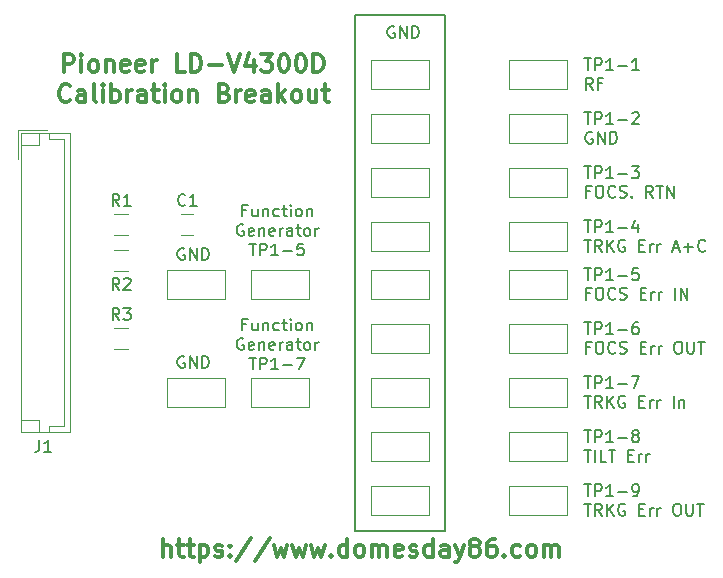
<source format=gbr>
G04 #@! TF.FileFunction,Legend,Top*
%FSLAX46Y46*%
G04 Gerber Fmt 4.6, Leading zero omitted, Abs format (unit mm)*
G04 Created by KiCad (PCBNEW 4.0.7) date 05/30/18 05:48:27*
%MOMM*%
%LPD*%
G01*
G04 APERTURE LIST*
%ADD10C,0.100000*%
%ADD11C,0.300000*%
%ADD12C,0.150000*%
%ADD13C,0.200000*%
%ADD14C,0.120000*%
G04 APERTURE END LIST*
D10*
D11*
X130061999Y-125138571D02*
X130061999Y-123638571D01*
X130704856Y-125138571D02*
X130704856Y-124352857D01*
X130633427Y-124210000D01*
X130490570Y-124138571D01*
X130276285Y-124138571D01*
X130133427Y-124210000D01*
X130061999Y-124281429D01*
X131204856Y-124138571D02*
X131776285Y-124138571D01*
X131419142Y-123638571D02*
X131419142Y-124924286D01*
X131490570Y-125067143D01*
X131633428Y-125138571D01*
X131776285Y-125138571D01*
X132061999Y-124138571D02*
X132633428Y-124138571D01*
X132276285Y-123638571D02*
X132276285Y-124924286D01*
X132347713Y-125067143D01*
X132490571Y-125138571D01*
X132633428Y-125138571D01*
X133133428Y-124138571D02*
X133133428Y-125638571D01*
X133133428Y-124210000D02*
X133276285Y-124138571D01*
X133561999Y-124138571D01*
X133704856Y-124210000D01*
X133776285Y-124281429D01*
X133847714Y-124424286D01*
X133847714Y-124852857D01*
X133776285Y-124995714D01*
X133704856Y-125067143D01*
X133561999Y-125138571D01*
X133276285Y-125138571D01*
X133133428Y-125067143D01*
X134419142Y-125067143D02*
X134561999Y-125138571D01*
X134847714Y-125138571D01*
X134990571Y-125067143D01*
X135061999Y-124924286D01*
X135061999Y-124852857D01*
X134990571Y-124710000D01*
X134847714Y-124638571D01*
X134633428Y-124638571D01*
X134490571Y-124567143D01*
X134419142Y-124424286D01*
X134419142Y-124352857D01*
X134490571Y-124210000D01*
X134633428Y-124138571D01*
X134847714Y-124138571D01*
X134990571Y-124210000D01*
X135704857Y-124995714D02*
X135776285Y-125067143D01*
X135704857Y-125138571D01*
X135633428Y-125067143D01*
X135704857Y-124995714D01*
X135704857Y-125138571D01*
X135704857Y-124210000D02*
X135776285Y-124281429D01*
X135704857Y-124352857D01*
X135633428Y-124281429D01*
X135704857Y-124210000D01*
X135704857Y-124352857D01*
X137490571Y-123567143D02*
X136204857Y-125495714D01*
X139062000Y-123567143D02*
X137776286Y-125495714D01*
X139419144Y-124138571D02*
X139704858Y-125138571D01*
X139990572Y-124424286D01*
X140276287Y-125138571D01*
X140562001Y-124138571D01*
X140990573Y-124138571D02*
X141276287Y-125138571D01*
X141562001Y-124424286D01*
X141847716Y-125138571D01*
X142133430Y-124138571D01*
X142562002Y-124138571D02*
X142847716Y-125138571D01*
X143133430Y-124424286D01*
X143419145Y-125138571D01*
X143704859Y-124138571D01*
X144276288Y-124995714D02*
X144347716Y-125067143D01*
X144276288Y-125138571D01*
X144204859Y-125067143D01*
X144276288Y-124995714D01*
X144276288Y-125138571D01*
X145633431Y-125138571D02*
X145633431Y-123638571D01*
X145633431Y-125067143D02*
X145490574Y-125138571D01*
X145204860Y-125138571D01*
X145062002Y-125067143D01*
X144990574Y-124995714D01*
X144919145Y-124852857D01*
X144919145Y-124424286D01*
X144990574Y-124281429D01*
X145062002Y-124210000D01*
X145204860Y-124138571D01*
X145490574Y-124138571D01*
X145633431Y-124210000D01*
X146562003Y-125138571D02*
X146419145Y-125067143D01*
X146347717Y-124995714D01*
X146276288Y-124852857D01*
X146276288Y-124424286D01*
X146347717Y-124281429D01*
X146419145Y-124210000D01*
X146562003Y-124138571D01*
X146776288Y-124138571D01*
X146919145Y-124210000D01*
X146990574Y-124281429D01*
X147062003Y-124424286D01*
X147062003Y-124852857D01*
X146990574Y-124995714D01*
X146919145Y-125067143D01*
X146776288Y-125138571D01*
X146562003Y-125138571D01*
X147704860Y-125138571D02*
X147704860Y-124138571D01*
X147704860Y-124281429D02*
X147776288Y-124210000D01*
X147919146Y-124138571D01*
X148133431Y-124138571D01*
X148276288Y-124210000D01*
X148347717Y-124352857D01*
X148347717Y-125138571D01*
X148347717Y-124352857D02*
X148419146Y-124210000D01*
X148562003Y-124138571D01*
X148776288Y-124138571D01*
X148919146Y-124210000D01*
X148990574Y-124352857D01*
X148990574Y-125138571D01*
X150276288Y-125067143D02*
X150133431Y-125138571D01*
X149847717Y-125138571D01*
X149704860Y-125067143D01*
X149633431Y-124924286D01*
X149633431Y-124352857D01*
X149704860Y-124210000D01*
X149847717Y-124138571D01*
X150133431Y-124138571D01*
X150276288Y-124210000D01*
X150347717Y-124352857D01*
X150347717Y-124495714D01*
X149633431Y-124638571D01*
X150919145Y-125067143D02*
X151062002Y-125138571D01*
X151347717Y-125138571D01*
X151490574Y-125067143D01*
X151562002Y-124924286D01*
X151562002Y-124852857D01*
X151490574Y-124710000D01*
X151347717Y-124638571D01*
X151133431Y-124638571D01*
X150990574Y-124567143D01*
X150919145Y-124424286D01*
X150919145Y-124352857D01*
X150990574Y-124210000D01*
X151133431Y-124138571D01*
X151347717Y-124138571D01*
X151490574Y-124210000D01*
X152847717Y-125138571D02*
X152847717Y-123638571D01*
X152847717Y-125067143D02*
X152704860Y-125138571D01*
X152419146Y-125138571D01*
X152276288Y-125067143D01*
X152204860Y-124995714D01*
X152133431Y-124852857D01*
X152133431Y-124424286D01*
X152204860Y-124281429D01*
X152276288Y-124210000D01*
X152419146Y-124138571D01*
X152704860Y-124138571D01*
X152847717Y-124210000D01*
X154204860Y-125138571D02*
X154204860Y-124352857D01*
X154133431Y-124210000D01*
X153990574Y-124138571D01*
X153704860Y-124138571D01*
X153562003Y-124210000D01*
X154204860Y-125067143D02*
X154062003Y-125138571D01*
X153704860Y-125138571D01*
X153562003Y-125067143D01*
X153490574Y-124924286D01*
X153490574Y-124781429D01*
X153562003Y-124638571D01*
X153704860Y-124567143D01*
X154062003Y-124567143D01*
X154204860Y-124495714D01*
X154776289Y-124138571D02*
X155133432Y-125138571D01*
X155490574Y-124138571D02*
X155133432Y-125138571D01*
X154990574Y-125495714D01*
X154919146Y-125567143D01*
X154776289Y-125638571D01*
X156276289Y-124281429D02*
X156133431Y-124210000D01*
X156062003Y-124138571D01*
X155990574Y-123995714D01*
X155990574Y-123924286D01*
X156062003Y-123781429D01*
X156133431Y-123710000D01*
X156276289Y-123638571D01*
X156562003Y-123638571D01*
X156704860Y-123710000D01*
X156776289Y-123781429D01*
X156847717Y-123924286D01*
X156847717Y-123995714D01*
X156776289Y-124138571D01*
X156704860Y-124210000D01*
X156562003Y-124281429D01*
X156276289Y-124281429D01*
X156133431Y-124352857D01*
X156062003Y-124424286D01*
X155990574Y-124567143D01*
X155990574Y-124852857D01*
X156062003Y-124995714D01*
X156133431Y-125067143D01*
X156276289Y-125138571D01*
X156562003Y-125138571D01*
X156704860Y-125067143D01*
X156776289Y-124995714D01*
X156847717Y-124852857D01*
X156847717Y-124567143D01*
X156776289Y-124424286D01*
X156704860Y-124352857D01*
X156562003Y-124281429D01*
X158133431Y-123638571D02*
X157847717Y-123638571D01*
X157704860Y-123710000D01*
X157633431Y-123781429D01*
X157490574Y-123995714D01*
X157419145Y-124281429D01*
X157419145Y-124852857D01*
X157490574Y-124995714D01*
X157562002Y-125067143D01*
X157704860Y-125138571D01*
X157990574Y-125138571D01*
X158133431Y-125067143D01*
X158204860Y-124995714D01*
X158276288Y-124852857D01*
X158276288Y-124495714D01*
X158204860Y-124352857D01*
X158133431Y-124281429D01*
X157990574Y-124210000D01*
X157704860Y-124210000D01*
X157562002Y-124281429D01*
X157490574Y-124352857D01*
X157419145Y-124495714D01*
X158919145Y-124995714D02*
X158990573Y-125067143D01*
X158919145Y-125138571D01*
X158847716Y-125067143D01*
X158919145Y-124995714D01*
X158919145Y-125138571D01*
X160276288Y-125067143D02*
X160133431Y-125138571D01*
X159847717Y-125138571D01*
X159704859Y-125067143D01*
X159633431Y-124995714D01*
X159562002Y-124852857D01*
X159562002Y-124424286D01*
X159633431Y-124281429D01*
X159704859Y-124210000D01*
X159847717Y-124138571D01*
X160133431Y-124138571D01*
X160276288Y-124210000D01*
X161133431Y-125138571D02*
X160990573Y-125067143D01*
X160919145Y-124995714D01*
X160847716Y-124852857D01*
X160847716Y-124424286D01*
X160919145Y-124281429D01*
X160990573Y-124210000D01*
X161133431Y-124138571D01*
X161347716Y-124138571D01*
X161490573Y-124210000D01*
X161562002Y-124281429D01*
X161633431Y-124424286D01*
X161633431Y-124852857D01*
X161562002Y-124995714D01*
X161490573Y-125067143D01*
X161347716Y-125138571D01*
X161133431Y-125138571D01*
X162276288Y-125138571D02*
X162276288Y-124138571D01*
X162276288Y-124281429D02*
X162347716Y-124210000D01*
X162490574Y-124138571D01*
X162704859Y-124138571D01*
X162847716Y-124210000D01*
X162919145Y-124352857D01*
X162919145Y-125138571D01*
X162919145Y-124352857D02*
X162990574Y-124210000D01*
X163133431Y-124138571D01*
X163347716Y-124138571D01*
X163490574Y-124210000D01*
X163562002Y-124352857D01*
X163562002Y-125138571D01*
X121623716Y-84112571D02*
X121623716Y-82612571D01*
X122195144Y-82612571D01*
X122338002Y-82684000D01*
X122409430Y-82755429D01*
X122480859Y-82898286D01*
X122480859Y-83112571D01*
X122409430Y-83255429D01*
X122338002Y-83326857D01*
X122195144Y-83398286D01*
X121623716Y-83398286D01*
X123123716Y-84112571D02*
X123123716Y-83112571D01*
X123123716Y-82612571D02*
X123052287Y-82684000D01*
X123123716Y-82755429D01*
X123195144Y-82684000D01*
X123123716Y-82612571D01*
X123123716Y-82755429D01*
X124052288Y-84112571D02*
X123909430Y-84041143D01*
X123838002Y-83969714D01*
X123766573Y-83826857D01*
X123766573Y-83398286D01*
X123838002Y-83255429D01*
X123909430Y-83184000D01*
X124052288Y-83112571D01*
X124266573Y-83112571D01*
X124409430Y-83184000D01*
X124480859Y-83255429D01*
X124552288Y-83398286D01*
X124552288Y-83826857D01*
X124480859Y-83969714D01*
X124409430Y-84041143D01*
X124266573Y-84112571D01*
X124052288Y-84112571D01*
X125195145Y-83112571D02*
X125195145Y-84112571D01*
X125195145Y-83255429D02*
X125266573Y-83184000D01*
X125409431Y-83112571D01*
X125623716Y-83112571D01*
X125766573Y-83184000D01*
X125838002Y-83326857D01*
X125838002Y-84112571D01*
X127123716Y-84041143D02*
X126980859Y-84112571D01*
X126695145Y-84112571D01*
X126552288Y-84041143D01*
X126480859Y-83898286D01*
X126480859Y-83326857D01*
X126552288Y-83184000D01*
X126695145Y-83112571D01*
X126980859Y-83112571D01*
X127123716Y-83184000D01*
X127195145Y-83326857D01*
X127195145Y-83469714D01*
X126480859Y-83612571D01*
X128409430Y-84041143D02*
X128266573Y-84112571D01*
X127980859Y-84112571D01*
X127838002Y-84041143D01*
X127766573Y-83898286D01*
X127766573Y-83326857D01*
X127838002Y-83184000D01*
X127980859Y-83112571D01*
X128266573Y-83112571D01*
X128409430Y-83184000D01*
X128480859Y-83326857D01*
X128480859Y-83469714D01*
X127766573Y-83612571D01*
X129123716Y-84112571D02*
X129123716Y-83112571D01*
X129123716Y-83398286D02*
X129195144Y-83255429D01*
X129266573Y-83184000D01*
X129409430Y-83112571D01*
X129552287Y-83112571D01*
X131909430Y-84112571D02*
X131195144Y-84112571D01*
X131195144Y-82612571D01*
X132409430Y-84112571D02*
X132409430Y-82612571D01*
X132766573Y-82612571D01*
X132980858Y-82684000D01*
X133123716Y-82826857D01*
X133195144Y-82969714D01*
X133266573Y-83255429D01*
X133266573Y-83469714D01*
X133195144Y-83755429D01*
X133123716Y-83898286D01*
X132980858Y-84041143D01*
X132766573Y-84112571D01*
X132409430Y-84112571D01*
X133909430Y-83541143D02*
X135052287Y-83541143D01*
X135552287Y-82612571D02*
X136052287Y-84112571D01*
X136552287Y-82612571D01*
X137695144Y-83112571D02*
X137695144Y-84112571D01*
X137338001Y-82541143D02*
X136980858Y-83612571D01*
X137909430Y-83612571D01*
X138338001Y-82612571D02*
X139266572Y-82612571D01*
X138766572Y-83184000D01*
X138980858Y-83184000D01*
X139123715Y-83255429D01*
X139195144Y-83326857D01*
X139266572Y-83469714D01*
X139266572Y-83826857D01*
X139195144Y-83969714D01*
X139123715Y-84041143D01*
X138980858Y-84112571D01*
X138552286Y-84112571D01*
X138409429Y-84041143D01*
X138338001Y-83969714D01*
X140195143Y-82612571D02*
X140338000Y-82612571D01*
X140480857Y-82684000D01*
X140552286Y-82755429D01*
X140623715Y-82898286D01*
X140695143Y-83184000D01*
X140695143Y-83541143D01*
X140623715Y-83826857D01*
X140552286Y-83969714D01*
X140480857Y-84041143D01*
X140338000Y-84112571D01*
X140195143Y-84112571D01*
X140052286Y-84041143D01*
X139980857Y-83969714D01*
X139909429Y-83826857D01*
X139838000Y-83541143D01*
X139838000Y-83184000D01*
X139909429Y-82898286D01*
X139980857Y-82755429D01*
X140052286Y-82684000D01*
X140195143Y-82612571D01*
X141623714Y-82612571D02*
X141766571Y-82612571D01*
X141909428Y-82684000D01*
X141980857Y-82755429D01*
X142052286Y-82898286D01*
X142123714Y-83184000D01*
X142123714Y-83541143D01*
X142052286Y-83826857D01*
X141980857Y-83969714D01*
X141909428Y-84041143D01*
X141766571Y-84112571D01*
X141623714Y-84112571D01*
X141480857Y-84041143D01*
X141409428Y-83969714D01*
X141338000Y-83826857D01*
X141266571Y-83541143D01*
X141266571Y-83184000D01*
X141338000Y-82898286D01*
X141409428Y-82755429D01*
X141480857Y-82684000D01*
X141623714Y-82612571D01*
X142766571Y-84112571D02*
X142766571Y-82612571D01*
X143123714Y-82612571D01*
X143337999Y-82684000D01*
X143480857Y-82826857D01*
X143552285Y-82969714D01*
X143623714Y-83255429D01*
X143623714Y-83469714D01*
X143552285Y-83755429D01*
X143480857Y-83898286D01*
X143337999Y-84041143D01*
X143123714Y-84112571D01*
X142766571Y-84112571D01*
X122159429Y-86519714D02*
X122088000Y-86591143D01*
X121873714Y-86662571D01*
X121730857Y-86662571D01*
X121516572Y-86591143D01*
X121373714Y-86448286D01*
X121302286Y-86305429D01*
X121230857Y-86019714D01*
X121230857Y-85805429D01*
X121302286Y-85519714D01*
X121373714Y-85376857D01*
X121516572Y-85234000D01*
X121730857Y-85162571D01*
X121873714Y-85162571D01*
X122088000Y-85234000D01*
X122159429Y-85305429D01*
X123445143Y-86662571D02*
X123445143Y-85876857D01*
X123373714Y-85734000D01*
X123230857Y-85662571D01*
X122945143Y-85662571D01*
X122802286Y-85734000D01*
X123445143Y-86591143D02*
X123302286Y-86662571D01*
X122945143Y-86662571D01*
X122802286Y-86591143D01*
X122730857Y-86448286D01*
X122730857Y-86305429D01*
X122802286Y-86162571D01*
X122945143Y-86091143D01*
X123302286Y-86091143D01*
X123445143Y-86019714D01*
X124373715Y-86662571D02*
X124230857Y-86591143D01*
X124159429Y-86448286D01*
X124159429Y-85162571D01*
X124945143Y-86662571D02*
X124945143Y-85662571D01*
X124945143Y-85162571D02*
X124873714Y-85234000D01*
X124945143Y-85305429D01*
X125016571Y-85234000D01*
X124945143Y-85162571D01*
X124945143Y-85305429D01*
X125659429Y-86662571D02*
X125659429Y-85162571D01*
X125659429Y-85734000D02*
X125802286Y-85662571D01*
X126088000Y-85662571D01*
X126230857Y-85734000D01*
X126302286Y-85805429D01*
X126373715Y-85948286D01*
X126373715Y-86376857D01*
X126302286Y-86519714D01*
X126230857Y-86591143D01*
X126088000Y-86662571D01*
X125802286Y-86662571D01*
X125659429Y-86591143D01*
X127016572Y-86662571D02*
X127016572Y-85662571D01*
X127016572Y-85948286D02*
X127088000Y-85805429D01*
X127159429Y-85734000D01*
X127302286Y-85662571D01*
X127445143Y-85662571D01*
X128588000Y-86662571D02*
X128588000Y-85876857D01*
X128516571Y-85734000D01*
X128373714Y-85662571D01*
X128088000Y-85662571D01*
X127945143Y-85734000D01*
X128588000Y-86591143D02*
X128445143Y-86662571D01*
X128088000Y-86662571D01*
X127945143Y-86591143D01*
X127873714Y-86448286D01*
X127873714Y-86305429D01*
X127945143Y-86162571D01*
X128088000Y-86091143D01*
X128445143Y-86091143D01*
X128588000Y-86019714D01*
X129088000Y-85662571D02*
X129659429Y-85662571D01*
X129302286Y-85162571D02*
X129302286Y-86448286D01*
X129373714Y-86591143D01*
X129516572Y-86662571D01*
X129659429Y-86662571D01*
X130159429Y-86662571D02*
X130159429Y-85662571D01*
X130159429Y-85162571D02*
X130088000Y-85234000D01*
X130159429Y-85305429D01*
X130230857Y-85234000D01*
X130159429Y-85162571D01*
X130159429Y-85305429D01*
X131088001Y-86662571D02*
X130945143Y-86591143D01*
X130873715Y-86519714D01*
X130802286Y-86376857D01*
X130802286Y-85948286D01*
X130873715Y-85805429D01*
X130945143Y-85734000D01*
X131088001Y-85662571D01*
X131302286Y-85662571D01*
X131445143Y-85734000D01*
X131516572Y-85805429D01*
X131588001Y-85948286D01*
X131588001Y-86376857D01*
X131516572Y-86519714D01*
X131445143Y-86591143D01*
X131302286Y-86662571D01*
X131088001Y-86662571D01*
X132230858Y-85662571D02*
X132230858Y-86662571D01*
X132230858Y-85805429D02*
X132302286Y-85734000D01*
X132445144Y-85662571D01*
X132659429Y-85662571D01*
X132802286Y-85734000D01*
X132873715Y-85876857D01*
X132873715Y-86662571D01*
X135230858Y-85876857D02*
X135445144Y-85948286D01*
X135516572Y-86019714D01*
X135588001Y-86162571D01*
X135588001Y-86376857D01*
X135516572Y-86519714D01*
X135445144Y-86591143D01*
X135302286Y-86662571D01*
X134730858Y-86662571D01*
X134730858Y-85162571D01*
X135230858Y-85162571D01*
X135373715Y-85234000D01*
X135445144Y-85305429D01*
X135516572Y-85448286D01*
X135516572Y-85591143D01*
X135445144Y-85734000D01*
X135373715Y-85805429D01*
X135230858Y-85876857D01*
X134730858Y-85876857D01*
X136230858Y-86662571D02*
X136230858Y-85662571D01*
X136230858Y-85948286D02*
X136302286Y-85805429D01*
X136373715Y-85734000D01*
X136516572Y-85662571D01*
X136659429Y-85662571D01*
X137730857Y-86591143D02*
X137588000Y-86662571D01*
X137302286Y-86662571D01*
X137159429Y-86591143D01*
X137088000Y-86448286D01*
X137088000Y-85876857D01*
X137159429Y-85734000D01*
X137302286Y-85662571D01*
X137588000Y-85662571D01*
X137730857Y-85734000D01*
X137802286Y-85876857D01*
X137802286Y-86019714D01*
X137088000Y-86162571D01*
X139088000Y-86662571D02*
X139088000Y-85876857D01*
X139016571Y-85734000D01*
X138873714Y-85662571D01*
X138588000Y-85662571D01*
X138445143Y-85734000D01*
X139088000Y-86591143D02*
X138945143Y-86662571D01*
X138588000Y-86662571D01*
X138445143Y-86591143D01*
X138373714Y-86448286D01*
X138373714Y-86305429D01*
X138445143Y-86162571D01*
X138588000Y-86091143D01*
X138945143Y-86091143D01*
X139088000Y-86019714D01*
X139802286Y-86662571D02*
X139802286Y-85162571D01*
X139945143Y-86091143D02*
X140373714Y-86662571D01*
X140373714Y-85662571D02*
X139802286Y-86234000D01*
X141230858Y-86662571D02*
X141088000Y-86591143D01*
X141016572Y-86519714D01*
X140945143Y-86376857D01*
X140945143Y-85948286D01*
X141016572Y-85805429D01*
X141088000Y-85734000D01*
X141230858Y-85662571D01*
X141445143Y-85662571D01*
X141588000Y-85734000D01*
X141659429Y-85805429D01*
X141730858Y-85948286D01*
X141730858Y-86376857D01*
X141659429Y-86519714D01*
X141588000Y-86591143D01*
X141445143Y-86662571D01*
X141230858Y-86662571D01*
X143016572Y-85662571D02*
X143016572Y-86662571D01*
X142373715Y-85662571D02*
X142373715Y-86448286D01*
X142445143Y-86591143D01*
X142588001Y-86662571D01*
X142802286Y-86662571D01*
X142945143Y-86591143D01*
X143016572Y-86519714D01*
X143516572Y-85662571D02*
X144088001Y-85662571D01*
X143730858Y-85162571D02*
X143730858Y-86448286D01*
X143802286Y-86591143D01*
X143945144Y-86662571D01*
X144088001Y-86662571D01*
D12*
X131826096Y-108212000D02*
X131730858Y-108164381D01*
X131588001Y-108164381D01*
X131445143Y-108212000D01*
X131349905Y-108307238D01*
X131302286Y-108402476D01*
X131254667Y-108592952D01*
X131254667Y-108735810D01*
X131302286Y-108926286D01*
X131349905Y-109021524D01*
X131445143Y-109116762D01*
X131588001Y-109164381D01*
X131683239Y-109164381D01*
X131826096Y-109116762D01*
X131873715Y-109069143D01*
X131873715Y-108735810D01*
X131683239Y-108735810D01*
X132302286Y-109164381D02*
X132302286Y-108164381D01*
X132873715Y-109164381D01*
X132873715Y-108164381D01*
X133349905Y-109164381D02*
X133349905Y-108164381D01*
X133588000Y-108164381D01*
X133730858Y-108212000D01*
X133826096Y-108307238D01*
X133873715Y-108402476D01*
X133921334Y-108592952D01*
X133921334Y-108735810D01*
X133873715Y-108926286D01*
X133826096Y-109021524D01*
X133730858Y-109116762D01*
X133588000Y-109164381D01*
X133349905Y-109164381D01*
X131826096Y-99068000D02*
X131730858Y-99020381D01*
X131588001Y-99020381D01*
X131445143Y-99068000D01*
X131349905Y-99163238D01*
X131302286Y-99258476D01*
X131254667Y-99448952D01*
X131254667Y-99591810D01*
X131302286Y-99782286D01*
X131349905Y-99877524D01*
X131445143Y-99972762D01*
X131588001Y-100020381D01*
X131683239Y-100020381D01*
X131826096Y-99972762D01*
X131873715Y-99925143D01*
X131873715Y-99591810D01*
X131683239Y-99591810D01*
X132302286Y-100020381D02*
X132302286Y-99020381D01*
X132873715Y-100020381D01*
X132873715Y-99020381D01*
X133349905Y-100020381D02*
X133349905Y-99020381D01*
X133588000Y-99020381D01*
X133730858Y-99068000D01*
X133826096Y-99163238D01*
X133873715Y-99258476D01*
X133921334Y-99448952D01*
X133921334Y-99591810D01*
X133873715Y-99782286D01*
X133826096Y-99877524D01*
X133730858Y-99972762D01*
X133588000Y-100020381D01*
X133349905Y-100020381D01*
X137080953Y-105466571D02*
X136747619Y-105466571D01*
X136747619Y-105990381D02*
X136747619Y-104990381D01*
X137223810Y-104990381D01*
X138033334Y-105323714D02*
X138033334Y-105990381D01*
X137604762Y-105323714D02*
X137604762Y-105847524D01*
X137652381Y-105942762D01*
X137747619Y-105990381D01*
X137890477Y-105990381D01*
X137985715Y-105942762D01*
X138033334Y-105895143D01*
X138509524Y-105323714D02*
X138509524Y-105990381D01*
X138509524Y-105418952D02*
X138557143Y-105371333D01*
X138652381Y-105323714D01*
X138795239Y-105323714D01*
X138890477Y-105371333D01*
X138938096Y-105466571D01*
X138938096Y-105990381D01*
X139842858Y-105942762D02*
X139747620Y-105990381D01*
X139557143Y-105990381D01*
X139461905Y-105942762D01*
X139414286Y-105895143D01*
X139366667Y-105799905D01*
X139366667Y-105514190D01*
X139414286Y-105418952D01*
X139461905Y-105371333D01*
X139557143Y-105323714D01*
X139747620Y-105323714D01*
X139842858Y-105371333D01*
X140128572Y-105323714D02*
X140509524Y-105323714D01*
X140271429Y-104990381D02*
X140271429Y-105847524D01*
X140319048Y-105942762D01*
X140414286Y-105990381D01*
X140509524Y-105990381D01*
X140842858Y-105990381D02*
X140842858Y-105323714D01*
X140842858Y-104990381D02*
X140795239Y-105038000D01*
X140842858Y-105085619D01*
X140890477Y-105038000D01*
X140842858Y-104990381D01*
X140842858Y-105085619D01*
X141461905Y-105990381D02*
X141366667Y-105942762D01*
X141319048Y-105895143D01*
X141271429Y-105799905D01*
X141271429Y-105514190D01*
X141319048Y-105418952D01*
X141366667Y-105371333D01*
X141461905Y-105323714D01*
X141604763Y-105323714D01*
X141700001Y-105371333D01*
X141747620Y-105418952D01*
X141795239Y-105514190D01*
X141795239Y-105799905D01*
X141747620Y-105895143D01*
X141700001Y-105942762D01*
X141604763Y-105990381D01*
X141461905Y-105990381D01*
X142223810Y-105323714D02*
X142223810Y-105990381D01*
X142223810Y-105418952D02*
X142271429Y-105371333D01*
X142366667Y-105323714D01*
X142509525Y-105323714D01*
X142604763Y-105371333D01*
X142652382Y-105466571D01*
X142652382Y-105990381D01*
X136842857Y-106688000D02*
X136747619Y-106640381D01*
X136604762Y-106640381D01*
X136461904Y-106688000D01*
X136366666Y-106783238D01*
X136319047Y-106878476D01*
X136271428Y-107068952D01*
X136271428Y-107211810D01*
X136319047Y-107402286D01*
X136366666Y-107497524D01*
X136461904Y-107592762D01*
X136604762Y-107640381D01*
X136700000Y-107640381D01*
X136842857Y-107592762D01*
X136890476Y-107545143D01*
X136890476Y-107211810D01*
X136700000Y-107211810D01*
X137700000Y-107592762D02*
X137604762Y-107640381D01*
X137414285Y-107640381D01*
X137319047Y-107592762D01*
X137271428Y-107497524D01*
X137271428Y-107116571D01*
X137319047Y-107021333D01*
X137414285Y-106973714D01*
X137604762Y-106973714D01*
X137700000Y-107021333D01*
X137747619Y-107116571D01*
X137747619Y-107211810D01*
X137271428Y-107307048D01*
X138176190Y-106973714D02*
X138176190Y-107640381D01*
X138176190Y-107068952D02*
X138223809Y-107021333D01*
X138319047Y-106973714D01*
X138461905Y-106973714D01*
X138557143Y-107021333D01*
X138604762Y-107116571D01*
X138604762Y-107640381D01*
X139461905Y-107592762D02*
X139366667Y-107640381D01*
X139176190Y-107640381D01*
X139080952Y-107592762D01*
X139033333Y-107497524D01*
X139033333Y-107116571D01*
X139080952Y-107021333D01*
X139176190Y-106973714D01*
X139366667Y-106973714D01*
X139461905Y-107021333D01*
X139509524Y-107116571D01*
X139509524Y-107211810D01*
X139033333Y-107307048D01*
X139938095Y-107640381D02*
X139938095Y-106973714D01*
X139938095Y-107164190D02*
X139985714Y-107068952D01*
X140033333Y-107021333D01*
X140128571Y-106973714D01*
X140223810Y-106973714D01*
X140985715Y-107640381D02*
X140985715Y-107116571D01*
X140938096Y-107021333D01*
X140842858Y-106973714D01*
X140652381Y-106973714D01*
X140557143Y-107021333D01*
X140985715Y-107592762D02*
X140890477Y-107640381D01*
X140652381Y-107640381D01*
X140557143Y-107592762D01*
X140509524Y-107497524D01*
X140509524Y-107402286D01*
X140557143Y-107307048D01*
X140652381Y-107259429D01*
X140890477Y-107259429D01*
X140985715Y-107211810D01*
X141319048Y-106973714D02*
X141700000Y-106973714D01*
X141461905Y-106640381D02*
X141461905Y-107497524D01*
X141509524Y-107592762D01*
X141604762Y-107640381D01*
X141700000Y-107640381D01*
X142176191Y-107640381D02*
X142080953Y-107592762D01*
X142033334Y-107545143D01*
X141985715Y-107449905D01*
X141985715Y-107164190D01*
X142033334Y-107068952D01*
X142080953Y-107021333D01*
X142176191Y-106973714D01*
X142319049Y-106973714D01*
X142414287Y-107021333D01*
X142461906Y-107068952D01*
X142509525Y-107164190D01*
X142509525Y-107449905D01*
X142461906Y-107545143D01*
X142414287Y-107592762D01*
X142319049Y-107640381D01*
X142176191Y-107640381D01*
X142938096Y-107640381D02*
X142938096Y-106973714D01*
X142938096Y-107164190D02*
X142985715Y-107068952D01*
X143033334Y-107021333D01*
X143128572Y-106973714D01*
X143223811Y-106973714D01*
X137342857Y-108290381D02*
X137914286Y-108290381D01*
X137628571Y-109290381D02*
X137628571Y-108290381D01*
X138247619Y-109290381D02*
X138247619Y-108290381D01*
X138628572Y-108290381D01*
X138723810Y-108338000D01*
X138771429Y-108385619D01*
X138819048Y-108480857D01*
X138819048Y-108623714D01*
X138771429Y-108718952D01*
X138723810Y-108766571D01*
X138628572Y-108814190D01*
X138247619Y-108814190D01*
X139771429Y-109290381D02*
X139200000Y-109290381D01*
X139485714Y-109290381D02*
X139485714Y-108290381D01*
X139390476Y-108433238D01*
X139295238Y-108528476D01*
X139200000Y-108576095D01*
X140200000Y-108909429D02*
X140961905Y-108909429D01*
X141342857Y-108290381D02*
X142009524Y-108290381D01*
X141580952Y-109290381D01*
X137080953Y-95814571D02*
X136747619Y-95814571D01*
X136747619Y-96338381D02*
X136747619Y-95338381D01*
X137223810Y-95338381D01*
X138033334Y-95671714D02*
X138033334Y-96338381D01*
X137604762Y-95671714D02*
X137604762Y-96195524D01*
X137652381Y-96290762D01*
X137747619Y-96338381D01*
X137890477Y-96338381D01*
X137985715Y-96290762D01*
X138033334Y-96243143D01*
X138509524Y-95671714D02*
X138509524Y-96338381D01*
X138509524Y-95766952D02*
X138557143Y-95719333D01*
X138652381Y-95671714D01*
X138795239Y-95671714D01*
X138890477Y-95719333D01*
X138938096Y-95814571D01*
X138938096Y-96338381D01*
X139842858Y-96290762D02*
X139747620Y-96338381D01*
X139557143Y-96338381D01*
X139461905Y-96290762D01*
X139414286Y-96243143D01*
X139366667Y-96147905D01*
X139366667Y-95862190D01*
X139414286Y-95766952D01*
X139461905Y-95719333D01*
X139557143Y-95671714D01*
X139747620Y-95671714D01*
X139842858Y-95719333D01*
X140128572Y-95671714D02*
X140509524Y-95671714D01*
X140271429Y-95338381D02*
X140271429Y-96195524D01*
X140319048Y-96290762D01*
X140414286Y-96338381D01*
X140509524Y-96338381D01*
X140842858Y-96338381D02*
X140842858Y-95671714D01*
X140842858Y-95338381D02*
X140795239Y-95386000D01*
X140842858Y-95433619D01*
X140890477Y-95386000D01*
X140842858Y-95338381D01*
X140842858Y-95433619D01*
X141461905Y-96338381D02*
X141366667Y-96290762D01*
X141319048Y-96243143D01*
X141271429Y-96147905D01*
X141271429Y-95862190D01*
X141319048Y-95766952D01*
X141366667Y-95719333D01*
X141461905Y-95671714D01*
X141604763Y-95671714D01*
X141700001Y-95719333D01*
X141747620Y-95766952D01*
X141795239Y-95862190D01*
X141795239Y-96147905D01*
X141747620Y-96243143D01*
X141700001Y-96290762D01*
X141604763Y-96338381D01*
X141461905Y-96338381D01*
X142223810Y-95671714D02*
X142223810Y-96338381D01*
X142223810Y-95766952D02*
X142271429Y-95719333D01*
X142366667Y-95671714D01*
X142509525Y-95671714D01*
X142604763Y-95719333D01*
X142652382Y-95814571D01*
X142652382Y-96338381D01*
X136842857Y-97036000D02*
X136747619Y-96988381D01*
X136604762Y-96988381D01*
X136461904Y-97036000D01*
X136366666Y-97131238D01*
X136319047Y-97226476D01*
X136271428Y-97416952D01*
X136271428Y-97559810D01*
X136319047Y-97750286D01*
X136366666Y-97845524D01*
X136461904Y-97940762D01*
X136604762Y-97988381D01*
X136700000Y-97988381D01*
X136842857Y-97940762D01*
X136890476Y-97893143D01*
X136890476Y-97559810D01*
X136700000Y-97559810D01*
X137700000Y-97940762D02*
X137604762Y-97988381D01*
X137414285Y-97988381D01*
X137319047Y-97940762D01*
X137271428Y-97845524D01*
X137271428Y-97464571D01*
X137319047Y-97369333D01*
X137414285Y-97321714D01*
X137604762Y-97321714D01*
X137700000Y-97369333D01*
X137747619Y-97464571D01*
X137747619Y-97559810D01*
X137271428Y-97655048D01*
X138176190Y-97321714D02*
X138176190Y-97988381D01*
X138176190Y-97416952D02*
X138223809Y-97369333D01*
X138319047Y-97321714D01*
X138461905Y-97321714D01*
X138557143Y-97369333D01*
X138604762Y-97464571D01*
X138604762Y-97988381D01*
X139461905Y-97940762D02*
X139366667Y-97988381D01*
X139176190Y-97988381D01*
X139080952Y-97940762D01*
X139033333Y-97845524D01*
X139033333Y-97464571D01*
X139080952Y-97369333D01*
X139176190Y-97321714D01*
X139366667Y-97321714D01*
X139461905Y-97369333D01*
X139509524Y-97464571D01*
X139509524Y-97559810D01*
X139033333Y-97655048D01*
X139938095Y-97988381D02*
X139938095Y-97321714D01*
X139938095Y-97512190D02*
X139985714Y-97416952D01*
X140033333Y-97369333D01*
X140128571Y-97321714D01*
X140223810Y-97321714D01*
X140985715Y-97988381D02*
X140985715Y-97464571D01*
X140938096Y-97369333D01*
X140842858Y-97321714D01*
X140652381Y-97321714D01*
X140557143Y-97369333D01*
X140985715Y-97940762D02*
X140890477Y-97988381D01*
X140652381Y-97988381D01*
X140557143Y-97940762D01*
X140509524Y-97845524D01*
X140509524Y-97750286D01*
X140557143Y-97655048D01*
X140652381Y-97607429D01*
X140890477Y-97607429D01*
X140985715Y-97559810D01*
X141319048Y-97321714D02*
X141700000Y-97321714D01*
X141461905Y-96988381D02*
X141461905Y-97845524D01*
X141509524Y-97940762D01*
X141604762Y-97988381D01*
X141700000Y-97988381D01*
X142176191Y-97988381D02*
X142080953Y-97940762D01*
X142033334Y-97893143D01*
X141985715Y-97797905D01*
X141985715Y-97512190D01*
X142033334Y-97416952D01*
X142080953Y-97369333D01*
X142176191Y-97321714D01*
X142319049Y-97321714D01*
X142414287Y-97369333D01*
X142461906Y-97416952D01*
X142509525Y-97512190D01*
X142509525Y-97797905D01*
X142461906Y-97893143D01*
X142414287Y-97940762D01*
X142319049Y-97988381D01*
X142176191Y-97988381D01*
X142938096Y-97988381D02*
X142938096Y-97321714D01*
X142938096Y-97512190D02*
X142985715Y-97416952D01*
X143033334Y-97369333D01*
X143128572Y-97321714D01*
X143223811Y-97321714D01*
X137342857Y-98638381D02*
X137914286Y-98638381D01*
X137628571Y-99638381D02*
X137628571Y-98638381D01*
X138247619Y-99638381D02*
X138247619Y-98638381D01*
X138628572Y-98638381D01*
X138723810Y-98686000D01*
X138771429Y-98733619D01*
X138819048Y-98828857D01*
X138819048Y-98971714D01*
X138771429Y-99066952D01*
X138723810Y-99114571D01*
X138628572Y-99162190D01*
X138247619Y-99162190D01*
X139771429Y-99638381D02*
X139200000Y-99638381D01*
X139485714Y-99638381D02*
X139485714Y-98638381D01*
X139390476Y-98781238D01*
X139295238Y-98876476D01*
X139200000Y-98924095D01*
X140200000Y-99257429D02*
X140961905Y-99257429D01*
X141914286Y-98638381D02*
X141438095Y-98638381D01*
X141390476Y-99114571D01*
X141438095Y-99066952D01*
X141533333Y-99019333D01*
X141771429Y-99019333D01*
X141866667Y-99066952D01*
X141914286Y-99114571D01*
X141961905Y-99209810D01*
X141961905Y-99447905D01*
X141914286Y-99543143D01*
X141866667Y-99590762D01*
X141771429Y-99638381D01*
X141533333Y-99638381D01*
X141438095Y-99590762D01*
X141390476Y-99543143D01*
X149606096Y-80272000D02*
X149510858Y-80224381D01*
X149368001Y-80224381D01*
X149225143Y-80272000D01*
X149129905Y-80367238D01*
X149082286Y-80462476D01*
X149034667Y-80652952D01*
X149034667Y-80795810D01*
X149082286Y-80986286D01*
X149129905Y-81081524D01*
X149225143Y-81176762D01*
X149368001Y-81224381D01*
X149463239Y-81224381D01*
X149606096Y-81176762D01*
X149653715Y-81129143D01*
X149653715Y-80795810D01*
X149463239Y-80795810D01*
X150082286Y-81224381D02*
X150082286Y-80224381D01*
X150653715Y-81224381D01*
X150653715Y-80224381D01*
X151129905Y-81224381D02*
X151129905Y-80224381D01*
X151368000Y-80224381D01*
X151510858Y-80272000D01*
X151606096Y-80367238D01*
X151653715Y-80462476D01*
X151701334Y-80652952D01*
X151701334Y-80795810D01*
X151653715Y-80986286D01*
X151606096Y-81081524D01*
X151510858Y-81176762D01*
X151368000Y-81224381D01*
X151129905Y-81224381D01*
D13*
X153924000Y-79248000D02*
X146304000Y-79248000D01*
X146304000Y-122936000D02*
X153924000Y-122936000D01*
X153924000Y-79248000D02*
X153924000Y-122936000D01*
X146304000Y-122936000D02*
X146304000Y-79248000D01*
D12*
X165703238Y-119023381D02*
X166274667Y-119023381D01*
X165988952Y-120023381D02*
X165988952Y-119023381D01*
X166608000Y-120023381D02*
X166608000Y-119023381D01*
X166988953Y-119023381D01*
X167084191Y-119071000D01*
X167131810Y-119118619D01*
X167179429Y-119213857D01*
X167179429Y-119356714D01*
X167131810Y-119451952D01*
X167084191Y-119499571D01*
X166988953Y-119547190D01*
X166608000Y-119547190D01*
X168131810Y-120023381D02*
X167560381Y-120023381D01*
X167846095Y-120023381D02*
X167846095Y-119023381D01*
X167750857Y-119166238D01*
X167655619Y-119261476D01*
X167560381Y-119309095D01*
X168560381Y-119642429D02*
X169322286Y-119642429D01*
X169846095Y-120023381D02*
X170036571Y-120023381D01*
X170131810Y-119975762D01*
X170179429Y-119928143D01*
X170274667Y-119785286D01*
X170322286Y-119594810D01*
X170322286Y-119213857D01*
X170274667Y-119118619D01*
X170227048Y-119071000D01*
X170131810Y-119023381D01*
X169941333Y-119023381D01*
X169846095Y-119071000D01*
X169798476Y-119118619D01*
X169750857Y-119213857D01*
X169750857Y-119451952D01*
X169798476Y-119547190D01*
X169846095Y-119594810D01*
X169941333Y-119642429D01*
X170131810Y-119642429D01*
X170227048Y-119594810D01*
X170274667Y-119547190D01*
X170322286Y-119451952D01*
X165703238Y-120673381D02*
X166274667Y-120673381D01*
X165988952Y-121673381D02*
X165988952Y-120673381D01*
X167179429Y-121673381D02*
X166846095Y-121197190D01*
X166608000Y-121673381D02*
X166608000Y-120673381D01*
X166988953Y-120673381D01*
X167084191Y-120721000D01*
X167131810Y-120768619D01*
X167179429Y-120863857D01*
X167179429Y-121006714D01*
X167131810Y-121101952D01*
X167084191Y-121149571D01*
X166988953Y-121197190D01*
X166608000Y-121197190D01*
X167608000Y-121673381D02*
X167608000Y-120673381D01*
X168179429Y-121673381D02*
X167750857Y-121101952D01*
X168179429Y-120673381D02*
X167608000Y-121244810D01*
X169131810Y-120721000D02*
X169036572Y-120673381D01*
X168893715Y-120673381D01*
X168750857Y-120721000D01*
X168655619Y-120816238D01*
X168608000Y-120911476D01*
X168560381Y-121101952D01*
X168560381Y-121244810D01*
X168608000Y-121435286D01*
X168655619Y-121530524D01*
X168750857Y-121625762D01*
X168893715Y-121673381D01*
X168988953Y-121673381D01*
X169131810Y-121625762D01*
X169179429Y-121578143D01*
X169179429Y-121244810D01*
X168988953Y-121244810D01*
X170369905Y-121149571D02*
X170703239Y-121149571D01*
X170846096Y-121673381D02*
X170369905Y-121673381D01*
X170369905Y-120673381D01*
X170846096Y-120673381D01*
X171274667Y-121673381D02*
X171274667Y-121006714D01*
X171274667Y-121197190D02*
X171322286Y-121101952D01*
X171369905Y-121054333D01*
X171465143Y-121006714D01*
X171560382Y-121006714D01*
X171893715Y-121673381D02*
X171893715Y-121006714D01*
X171893715Y-121197190D02*
X171941334Y-121101952D01*
X171988953Y-121054333D01*
X172084191Y-121006714D01*
X172179430Y-121006714D01*
X173465144Y-120673381D02*
X173655621Y-120673381D01*
X173750859Y-120721000D01*
X173846097Y-120816238D01*
X173893716Y-121006714D01*
X173893716Y-121340048D01*
X173846097Y-121530524D01*
X173750859Y-121625762D01*
X173655621Y-121673381D01*
X173465144Y-121673381D01*
X173369906Y-121625762D01*
X173274668Y-121530524D01*
X173227049Y-121340048D01*
X173227049Y-121006714D01*
X173274668Y-120816238D01*
X173369906Y-120721000D01*
X173465144Y-120673381D01*
X174322287Y-120673381D02*
X174322287Y-121482905D01*
X174369906Y-121578143D01*
X174417525Y-121625762D01*
X174512763Y-121673381D01*
X174703240Y-121673381D01*
X174798478Y-121625762D01*
X174846097Y-121578143D01*
X174893716Y-121482905D01*
X174893716Y-120673381D01*
X175227049Y-120673381D02*
X175798478Y-120673381D01*
X175512763Y-121673381D02*
X175512763Y-120673381D01*
X165703238Y-114451381D02*
X166274667Y-114451381D01*
X165988952Y-115451381D02*
X165988952Y-114451381D01*
X166608000Y-115451381D02*
X166608000Y-114451381D01*
X166988953Y-114451381D01*
X167084191Y-114499000D01*
X167131810Y-114546619D01*
X167179429Y-114641857D01*
X167179429Y-114784714D01*
X167131810Y-114879952D01*
X167084191Y-114927571D01*
X166988953Y-114975190D01*
X166608000Y-114975190D01*
X168131810Y-115451381D02*
X167560381Y-115451381D01*
X167846095Y-115451381D02*
X167846095Y-114451381D01*
X167750857Y-114594238D01*
X167655619Y-114689476D01*
X167560381Y-114737095D01*
X168560381Y-115070429D02*
X169322286Y-115070429D01*
X169941333Y-114879952D02*
X169846095Y-114832333D01*
X169798476Y-114784714D01*
X169750857Y-114689476D01*
X169750857Y-114641857D01*
X169798476Y-114546619D01*
X169846095Y-114499000D01*
X169941333Y-114451381D01*
X170131810Y-114451381D01*
X170227048Y-114499000D01*
X170274667Y-114546619D01*
X170322286Y-114641857D01*
X170322286Y-114689476D01*
X170274667Y-114784714D01*
X170227048Y-114832333D01*
X170131810Y-114879952D01*
X169941333Y-114879952D01*
X169846095Y-114927571D01*
X169798476Y-114975190D01*
X169750857Y-115070429D01*
X169750857Y-115260905D01*
X169798476Y-115356143D01*
X169846095Y-115403762D01*
X169941333Y-115451381D01*
X170131810Y-115451381D01*
X170227048Y-115403762D01*
X170274667Y-115356143D01*
X170322286Y-115260905D01*
X170322286Y-115070429D01*
X170274667Y-114975190D01*
X170227048Y-114927571D01*
X170131810Y-114879952D01*
X165703238Y-116101381D02*
X166274667Y-116101381D01*
X165988952Y-117101381D02*
X165988952Y-116101381D01*
X166608000Y-117101381D02*
X166608000Y-116101381D01*
X167560381Y-117101381D02*
X167084190Y-117101381D01*
X167084190Y-116101381D01*
X167750857Y-116101381D02*
X168322286Y-116101381D01*
X168036571Y-117101381D02*
X168036571Y-116101381D01*
X169417524Y-116577571D02*
X169750858Y-116577571D01*
X169893715Y-117101381D02*
X169417524Y-117101381D01*
X169417524Y-116101381D01*
X169893715Y-116101381D01*
X170322286Y-117101381D02*
X170322286Y-116434714D01*
X170322286Y-116625190D02*
X170369905Y-116529952D01*
X170417524Y-116482333D01*
X170512762Y-116434714D01*
X170608001Y-116434714D01*
X170941334Y-117101381D02*
X170941334Y-116434714D01*
X170941334Y-116625190D02*
X170988953Y-116529952D01*
X171036572Y-116482333D01*
X171131810Y-116434714D01*
X171227049Y-116434714D01*
X165703238Y-109879381D02*
X166274667Y-109879381D01*
X165988952Y-110879381D02*
X165988952Y-109879381D01*
X166608000Y-110879381D02*
X166608000Y-109879381D01*
X166988953Y-109879381D01*
X167084191Y-109927000D01*
X167131810Y-109974619D01*
X167179429Y-110069857D01*
X167179429Y-110212714D01*
X167131810Y-110307952D01*
X167084191Y-110355571D01*
X166988953Y-110403190D01*
X166608000Y-110403190D01*
X168131810Y-110879381D02*
X167560381Y-110879381D01*
X167846095Y-110879381D02*
X167846095Y-109879381D01*
X167750857Y-110022238D01*
X167655619Y-110117476D01*
X167560381Y-110165095D01*
X168560381Y-110498429D02*
X169322286Y-110498429D01*
X169703238Y-109879381D02*
X170369905Y-109879381D01*
X169941333Y-110879381D01*
X165703238Y-111529381D02*
X166274667Y-111529381D01*
X165988952Y-112529381D02*
X165988952Y-111529381D01*
X167179429Y-112529381D02*
X166846095Y-112053190D01*
X166608000Y-112529381D02*
X166608000Y-111529381D01*
X166988953Y-111529381D01*
X167084191Y-111577000D01*
X167131810Y-111624619D01*
X167179429Y-111719857D01*
X167179429Y-111862714D01*
X167131810Y-111957952D01*
X167084191Y-112005571D01*
X166988953Y-112053190D01*
X166608000Y-112053190D01*
X167608000Y-112529381D02*
X167608000Y-111529381D01*
X168179429Y-112529381D02*
X167750857Y-111957952D01*
X168179429Y-111529381D02*
X167608000Y-112100810D01*
X169131810Y-111577000D02*
X169036572Y-111529381D01*
X168893715Y-111529381D01*
X168750857Y-111577000D01*
X168655619Y-111672238D01*
X168608000Y-111767476D01*
X168560381Y-111957952D01*
X168560381Y-112100810D01*
X168608000Y-112291286D01*
X168655619Y-112386524D01*
X168750857Y-112481762D01*
X168893715Y-112529381D01*
X168988953Y-112529381D01*
X169131810Y-112481762D01*
X169179429Y-112434143D01*
X169179429Y-112100810D01*
X168988953Y-112100810D01*
X170369905Y-112005571D02*
X170703239Y-112005571D01*
X170846096Y-112529381D02*
X170369905Y-112529381D01*
X170369905Y-111529381D01*
X170846096Y-111529381D01*
X171274667Y-112529381D02*
X171274667Y-111862714D01*
X171274667Y-112053190D02*
X171322286Y-111957952D01*
X171369905Y-111910333D01*
X171465143Y-111862714D01*
X171560382Y-111862714D01*
X171893715Y-112529381D02*
X171893715Y-111862714D01*
X171893715Y-112053190D02*
X171941334Y-111957952D01*
X171988953Y-111910333D01*
X172084191Y-111862714D01*
X172179430Y-111862714D01*
X173274668Y-112529381D02*
X173274668Y-111529381D01*
X173750858Y-111862714D02*
X173750858Y-112529381D01*
X173750858Y-111957952D02*
X173798477Y-111910333D01*
X173893715Y-111862714D01*
X174036573Y-111862714D01*
X174131811Y-111910333D01*
X174179430Y-112005571D01*
X174179430Y-112529381D01*
X165703238Y-105307381D02*
X166274667Y-105307381D01*
X165988952Y-106307381D02*
X165988952Y-105307381D01*
X166608000Y-106307381D02*
X166608000Y-105307381D01*
X166988953Y-105307381D01*
X167084191Y-105355000D01*
X167131810Y-105402619D01*
X167179429Y-105497857D01*
X167179429Y-105640714D01*
X167131810Y-105735952D01*
X167084191Y-105783571D01*
X166988953Y-105831190D01*
X166608000Y-105831190D01*
X168131810Y-106307381D02*
X167560381Y-106307381D01*
X167846095Y-106307381D02*
X167846095Y-105307381D01*
X167750857Y-105450238D01*
X167655619Y-105545476D01*
X167560381Y-105593095D01*
X168560381Y-105926429D02*
X169322286Y-105926429D01*
X170227048Y-105307381D02*
X170036571Y-105307381D01*
X169941333Y-105355000D01*
X169893714Y-105402619D01*
X169798476Y-105545476D01*
X169750857Y-105735952D01*
X169750857Y-106116905D01*
X169798476Y-106212143D01*
X169846095Y-106259762D01*
X169941333Y-106307381D01*
X170131810Y-106307381D01*
X170227048Y-106259762D01*
X170274667Y-106212143D01*
X170322286Y-106116905D01*
X170322286Y-105878810D01*
X170274667Y-105783571D01*
X170227048Y-105735952D01*
X170131810Y-105688333D01*
X169941333Y-105688333D01*
X169846095Y-105735952D01*
X169798476Y-105783571D01*
X169750857Y-105878810D01*
X166179429Y-107433571D02*
X165846095Y-107433571D01*
X165846095Y-107957381D02*
X165846095Y-106957381D01*
X166322286Y-106957381D01*
X166893714Y-106957381D02*
X167084191Y-106957381D01*
X167179429Y-107005000D01*
X167274667Y-107100238D01*
X167322286Y-107290714D01*
X167322286Y-107624048D01*
X167274667Y-107814524D01*
X167179429Y-107909762D01*
X167084191Y-107957381D01*
X166893714Y-107957381D01*
X166798476Y-107909762D01*
X166703238Y-107814524D01*
X166655619Y-107624048D01*
X166655619Y-107290714D01*
X166703238Y-107100238D01*
X166798476Y-107005000D01*
X166893714Y-106957381D01*
X168322286Y-107862143D02*
X168274667Y-107909762D01*
X168131810Y-107957381D01*
X168036572Y-107957381D01*
X167893714Y-107909762D01*
X167798476Y-107814524D01*
X167750857Y-107719286D01*
X167703238Y-107528810D01*
X167703238Y-107385952D01*
X167750857Y-107195476D01*
X167798476Y-107100238D01*
X167893714Y-107005000D01*
X168036572Y-106957381D01*
X168131810Y-106957381D01*
X168274667Y-107005000D01*
X168322286Y-107052619D01*
X168703238Y-107909762D02*
X168846095Y-107957381D01*
X169084191Y-107957381D01*
X169179429Y-107909762D01*
X169227048Y-107862143D01*
X169274667Y-107766905D01*
X169274667Y-107671667D01*
X169227048Y-107576429D01*
X169179429Y-107528810D01*
X169084191Y-107481190D01*
X168893714Y-107433571D01*
X168798476Y-107385952D01*
X168750857Y-107338333D01*
X168703238Y-107243095D01*
X168703238Y-107147857D01*
X168750857Y-107052619D01*
X168798476Y-107005000D01*
X168893714Y-106957381D01*
X169131810Y-106957381D01*
X169274667Y-107005000D01*
X170465143Y-107433571D02*
X170798477Y-107433571D01*
X170941334Y-107957381D02*
X170465143Y-107957381D01*
X170465143Y-106957381D01*
X170941334Y-106957381D01*
X171369905Y-107957381D02*
X171369905Y-107290714D01*
X171369905Y-107481190D02*
X171417524Y-107385952D01*
X171465143Y-107338333D01*
X171560381Y-107290714D01*
X171655620Y-107290714D01*
X171988953Y-107957381D02*
X171988953Y-107290714D01*
X171988953Y-107481190D02*
X172036572Y-107385952D01*
X172084191Y-107338333D01*
X172179429Y-107290714D01*
X172274668Y-107290714D01*
X173560382Y-106957381D02*
X173750859Y-106957381D01*
X173846097Y-107005000D01*
X173941335Y-107100238D01*
X173988954Y-107290714D01*
X173988954Y-107624048D01*
X173941335Y-107814524D01*
X173846097Y-107909762D01*
X173750859Y-107957381D01*
X173560382Y-107957381D01*
X173465144Y-107909762D01*
X173369906Y-107814524D01*
X173322287Y-107624048D01*
X173322287Y-107290714D01*
X173369906Y-107100238D01*
X173465144Y-107005000D01*
X173560382Y-106957381D01*
X174417525Y-106957381D02*
X174417525Y-107766905D01*
X174465144Y-107862143D01*
X174512763Y-107909762D01*
X174608001Y-107957381D01*
X174798478Y-107957381D01*
X174893716Y-107909762D01*
X174941335Y-107862143D01*
X174988954Y-107766905D01*
X174988954Y-106957381D01*
X175322287Y-106957381D02*
X175893716Y-106957381D01*
X175608001Y-107957381D02*
X175608001Y-106957381D01*
X165703238Y-100735381D02*
X166274667Y-100735381D01*
X165988952Y-101735381D02*
X165988952Y-100735381D01*
X166608000Y-101735381D02*
X166608000Y-100735381D01*
X166988953Y-100735381D01*
X167084191Y-100783000D01*
X167131810Y-100830619D01*
X167179429Y-100925857D01*
X167179429Y-101068714D01*
X167131810Y-101163952D01*
X167084191Y-101211571D01*
X166988953Y-101259190D01*
X166608000Y-101259190D01*
X168131810Y-101735381D02*
X167560381Y-101735381D01*
X167846095Y-101735381D02*
X167846095Y-100735381D01*
X167750857Y-100878238D01*
X167655619Y-100973476D01*
X167560381Y-101021095D01*
X168560381Y-101354429D02*
X169322286Y-101354429D01*
X170274667Y-100735381D02*
X169798476Y-100735381D01*
X169750857Y-101211571D01*
X169798476Y-101163952D01*
X169893714Y-101116333D01*
X170131810Y-101116333D01*
X170227048Y-101163952D01*
X170274667Y-101211571D01*
X170322286Y-101306810D01*
X170322286Y-101544905D01*
X170274667Y-101640143D01*
X170227048Y-101687762D01*
X170131810Y-101735381D01*
X169893714Y-101735381D01*
X169798476Y-101687762D01*
X169750857Y-101640143D01*
X166179429Y-102861571D02*
X165846095Y-102861571D01*
X165846095Y-103385381D02*
X165846095Y-102385381D01*
X166322286Y-102385381D01*
X166893714Y-102385381D02*
X167084191Y-102385381D01*
X167179429Y-102433000D01*
X167274667Y-102528238D01*
X167322286Y-102718714D01*
X167322286Y-103052048D01*
X167274667Y-103242524D01*
X167179429Y-103337762D01*
X167084191Y-103385381D01*
X166893714Y-103385381D01*
X166798476Y-103337762D01*
X166703238Y-103242524D01*
X166655619Y-103052048D01*
X166655619Y-102718714D01*
X166703238Y-102528238D01*
X166798476Y-102433000D01*
X166893714Y-102385381D01*
X168322286Y-103290143D02*
X168274667Y-103337762D01*
X168131810Y-103385381D01*
X168036572Y-103385381D01*
X167893714Y-103337762D01*
X167798476Y-103242524D01*
X167750857Y-103147286D01*
X167703238Y-102956810D01*
X167703238Y-102813952D01*
X167750857Y-102623476D01*
X167798476Y-102528238D01*
X167893714Y-102433000D01*
X168036572Y-102385381D01*
X168131810Y-102385381D01*
X168274667Y-102433000D01*
X168322286Y-102480619D01*
X168703238Y-103337762D02*
X168846095Y-103385381D01*
X169084191Y-103385381D01*
X169179429Y-103337762D01*
X169227048Y-103290143D01*
X169274667Y-103194905D01*
X169274667Y-103099667D01*
X169227048Y-103004429D01*
X169179429Y-102956810D01*
X169084191Y-102909190D01*
X168893714Y-102861571D01*
X168798476Y-102813952D01*
X168750857Y-102766333D01*
X168703238Y-102671095D01*
X168703238Y-102575857D01*
X168750857Y-102480619D01*
X168798476Y-102433000D01*
X168893714Y-102385381D01*
X169131810Y-102385381D01*
X169274667Y-102433000D01*
X170465143Y-102861571D02*
X170798477Y-102861571D01*
X170941334Y-103385381D02*
X170465143Y-103385381D01*
X170465143Y-102385381D01*
X170941334Y-102385381D01*
X171369905Y-103385381D02*
X171369905Y-102718714D01*
X171369905Y-102909190D02*
X171417524Y-102813952D01*
X171465143Y-102766333D01*
X171560381Y-102718714D01*
X171655620Y-102718714D01*
X171988953Y-103385381D02*
X171988953Y-102718714D01*
X171988953Y-102909190D02*
X172036572Y-102813952D01*
X172084191Y-102766333D01*
X172179429Y-102718714D01*
X172274668Y-102718714D01*
X173369906Y-103385381D02*
X173369906Y-102385381D01*
X173846096Y-103385381D02*
X173846096Y-102385381D01*
X174417525Y-103385381D01*
X174417525Y-102385381D01*
X165703238Y-96671381D02*
X166274667Y-96671381D01*
X165988952Y-97671381D02*
X165988952Y-96671381D01*
X166608000Y-97671381D02*
X166608000Y-96671381D01*
X166988953Y-96671381D01*
X167084191Y-96719000D01*
X167131810Y-96766619D01*
X167179429Y-96861857D01*
X167179429Y-97004714D01*
X167131810Y-97099952D01*
X167084191Y-97147571D01*
X166988953Y-97195190D01*
X166608000Y-97195190D01*
X168131810Y-97671381D02*
X167560381Y-97671381D01*
X167846095Y-97671381D02*
X167846095Y-96671381D01*
X167750857Y-96814238D01*
X167655619Y-96909476D01*
X167560381Y-96957095D01*
X168560381Y-97290429D02*
X169322286Y-97290429D01*
X170227048Y-97004714D02*
X170227048Y-97671381D01*
X169988952Y-96623762D02*
X169750857Y-97338048D01*
X170369905Y-97338048D01*
X165703238Y-98321381D02*
X166274667Y-98321381D01*
X165988952Y-99321381D02*
X165988952Y-98321381D01*
X167179429Y-99321381D02*
X166846095Y-98845190D01*
X166608000Y-99321381D02*
X166608000Y-98321381D01*
X166988953Y-98321381D01*
X167084191Y-98369000D01*
X167131810Y-98416619D01*
X167179429Y-98511857D01*
X167179429Y-98654714D01*
X167131810Y-98749952D01*
X167084191Y-98797571D01*
X166988953Y-98845190D01*
X166608000Y-98845190D01*
X167608000Y-99321381D02*
X167608000Y-98321381D01*
X168179429Y-99321381D02*
X167750857Y-98749952D01*
X168179429Y-98321381D02*
X167608000Y-98892810D01*
X169131810Y-98369000D02*
X169036572Y-98321381D01*
X168893715Y-98321381D01*
X168750857Y-98369000D01*
X168655619Y-98464238D01*
X168608000Y-98559476D01*
X168560381Y-98749952D01*
X168560381Y-98892810D01*
X168608000Y-99083286D01*
X168655619Y-99178524D01*
X168750857Y-99273762D01*
X168893715Y-99321381D01*
X168988953Y-99321381D01*
X169131810Y-99273762D01*
X169179429Y-99226143D01*
X169179429Y-98892810D01*
X168988953Y-98892810D01*
X170369905Y-98797571D02*
X170703239Y-98797571D01*
X170846096Y-99321381D02*
X170369905Y-99321381D01*
X170369905Y-98321381D01*
X170846096Y-98321381D01*
X171274667Y-99321381D02*
X171274667Y-98654714D01*
X171274667Y-98845190D02*
X171322286Y-98749952D01*
X171369905Y-98702333D01*
X171465143Y-98654714D01*
X171560382Y-98654714D01*
X171893715Y-99321381D02*
X171893715Y-98654714D01*
X171893715Y-98845190D02*
X171941334Y-98749952D01*
X171988953Y-98702333D01*
X172084191Y-98654714D01*
X172179430Y-98654714D01*
X173227049Y-99035667D02*
X173703240Y-99035667D01*
X173131811Y-99321381D02*
X173465144Y-98321381D01*
X173798478Y-99321381D01*
X174131811Y-98940429D02*
X174893716Y-98940429D01*
X174512764Y-99321381D02*
X174512764Y-98559476D01*
X175941335Y-99226143D02*
X175893716Y-99273762D01*
X175750859Y-99321381D01*
X175655621Y-99321381D01*
X175512763Y-99273762D01*
X175417525Y-99178524D01*
X175369906Y-99083286D01*
X175322287Y-98892810D01*
X175322287Y-98749952D01*
X175369906Y-98559476D01*
X175417525Y-98464238D01*
X175512763Y-98369000D01*
X175655621Y-98321381D01*
X175750859Y-98321381D01*
X175893716Y-98369000D01*
X175941335Y-98416619D01*
X165703238Y-92099381D02*
X166274667Y-92099381D01*
X165988952Y-93099381D02*
X165988952Y-92099381D01*
X166608000Y-93099381D02*
X166608000Y-92099381D01*
X166988953Y-92099381D01*
X167084191Y-92147000D01*
X167131810Y-92194619D01*
X167179429Y-92289857D01*
X167179429Y-92432714D01*
X167131810Y-92527952D01*
X167084191Y-92575571D01*
X166988953Y-92623190D01*
X166608000Y-92623190D01*
X168131810Y-93099381D02*
X167560381Y-93099381D01*
X167846095Y-93099381D02*
X167846095Y-92099381D01*
X167750857Y-92242238D01*
X167655619Y-92337476D01*
X167560381Y-92385095D01*
X168560381Y-92718429D02*
X169322286Y-92718429D01*
X169703238Y-92099381D02*
X170322286Y-92099381D01*
X169988952Y-92480333D01*
X170131810Y-92480333D01*
X170227048Y-92527952D01*
X170274667Y-92575571D01*
X170322286Y-92670810D01*
X170322286Y-92908905D01*
X170274667Y-93004143D01*
X170227048Y-93051762D01*
X170131810Y-93099381D01*
X169846095Y-93099381D01*
X169750857Y-93051762D01*
X169703238Y-93004143D01*
X166179429Y-94225571D02*
X165846095Y-94225571D01*
X165846095Y-94749381D02*
X165846095Y-93749381D01*
X166322286Y-93749381D01*
X166893714Y-93749381D02*
X167084191Y-93749381D01*
X167179429Y-93797000D01*
X167274667Y-93892238D01*
X167322286Y-94082714D01*
X167322286Y-94416048D01*
X167274667Y-94606524D01*
X167179429Y-94701762D01*
X167084191Y-94749381D01*
X166893714Y-94749381D01*
X166798476Y-94701762D01*
X166703238Y-94606524D01*
X166655619Y-94416048D01*
X166655619Y-94082714D01*
X166703238Y-93892238D01*
X166798476Y-93797000D01*
X166893714Y-93749381D01*
X168322286Y-94654143D02*
X168274667Y-94701762D01*
X168131810Y-94749381D01*
X168036572Y-94749381D01*
X167893714Y-94701762D01*
X167798476Y-94606524D01*
X167750857Y-94511286D01*
X167703238Y-94320810D01*
X167703238Y-94177952D01*
X167750857Y-93987476D01*
X167798476Y-93892238D01*
X167893714Y-93797000D01*
X168036572Y-93749381D01*
X168131810Y-93749381D01*
X168274667Y-93797000D01*
X168322286Y-93844619D01*
X168703238Y-94701762D02*
X168846095Y-94749381D01*
X169084191Y-94749381D01*
X169179429Y-94701762D01*
X169227048Y-94654143D01*
X169274667Y-94558905D01*
X169274667Y-94463667D01*
X169227048Y-94368429D01*
X169179429Y-94320810D01*
X169084191Y-94273190D01*
X168893714Y-94225571D01*
X168798476Y-94177952D01*
X168750857Y-94130333D01*
X168703238Y-94035095D01*
X168703238Y-93939857D01*
X168750857Y-93844619D01*
X168798476Y-93797000D01*
X168893714Y-93749381D01*
X169131810Y-93749381D01*
X169274667Y-93797000D01*
X169703238Y-94654143D02*
X169750857Y-94701762D01*
X169703238Y-94749381D01*
X169655619Y-94701762D01*
X169703238Y-94654143D01*
X169703238Y-94749381D01*
X171512762Y-94749381D02*
X171179428Y-94273190D01*
X170941333Y-94749381D02*
X170941333Y-93749381D01*
X171322286Y-93749381D01*
X171417524Y-93797000D01*
X171465143Y-93844619D01*
X171512762Y-93939857D01*
X171512762Y-94082714D01*
X171465143Y-94177952D01*
X171417524Y-94225571D01*
X171322286Y-94273190D01*
X170941333Y-94273190D01*
X171798476Y-93749381D02*
X172369905Y-93749381D01*
X172084190Y-94749381D02*
X172084190Y-93749381D01*
X172703238Y-94749381D02*
X172703238Y-93749381D01*
X173274667Y-94749381D01*
X173274667Y-93749381D01*
X165703238Y-87527381D02*
X166274667Y-87527381D01*
X165988952Y-88527381D02*
X165988952Y-87527381D01*
X166608000Y-88527381D02*
X166608000Y-87527381D01*
X166988953Y-87527381D01*
X167084191Y-87575000D01*
X167131810Y-87622619D01*
X167179429Y-87717857D01*
X167179429Y-87860714D01*
X167131810Y-87955952D01*
X167084191Y-88003571D01*
X166988953Y-88051190D01*
X166608000Y-88051190D01*
X168131810Y-88527381D02*
X167560381Y-88527381D01*
X167846095Y-88527381D02*
X167846095Y-87527381D01*
X167750857Y-87670238D01*
X167655619Y-87765476D01*
X167560381Y-87813095D01*
X168560381Y-88146429D02*
X169322286Y-88146429D01*
X169750857Y-87622619D02*
X169798476Y-87575000D01*
X169893714Y-87527381D01*
X170131810Y-87527381D01*
X170227048Y-87575000D01*
X170274667Y-87622619D01*
X170322286Y-87717857D01*
X170322286Y-87813095D01*
X170274667Y-87955952D01*
X169703238Y-88527381D01*
X170322286Y-88527381D01*
X166369905Y-89225000D02*
X166274667Y-89177381D01*
X166131810Y-89177381D01*
X165988952Y-89225000D01*
X165893714Y-89320238D01*
X165846095Y-89415476D01*
X165798476Y-89605952D01*
X165798476Y-89748810D01*
X165846095Y-89939286D01*
X165893714Y-90034524D01*
X165988952Y-90129762D01*
X166131810Y-90177381D01*
X166227048Y-90177381D01*
X166369905Y-90129762D01*
X166417524Y-90082143D01*
X166417524Y-89748810D01*
X166227048Y-89748810D01*
X166846095Y-90177381D02*
X166846095Y-89177381D01*
X167417524Y-90177381D01*
X167417524Y-89177381D01*
X167893714Y-90177381D02*
X167893714Y-89177381D01*
X168131809Y-89177381D01*
X168274667Y-89225000D01*
X168369905Y-89320238D01*
X168417524Y-89415476D01*
X168465143Y-89605952D01*
X168465143Y-89748810D01*
X168417524Y-89939286D01*
X168369905Y-90034524D01*
X168274667Y-90129762D01*
X168131809Y-90177381D01*
X167893714Y-90177381D01*
X165703238Y-82955381D02*
X166274667Y-82955381D01*
X165988952Y-83955381D02*
X165988952Y-82955381D01*
X166608000Y-83955381D02*
X166608000Y-82955381D01*
X166988953Y-82955381D01*
X167084191Y-83003000D01*
X167131810Y-83050619D01*
X167179429Y-83145857D01*
X167179429Y-83288714D01*
X167131810Y-83383952D01*
X167084191Y-83431571D01*
X166988953Y-83479190D01*
X166608000Y-83479190D01*
X168131810Y-83955381D02*
X167560381Y-83955381D01*
X167846095Y-83955381D02*
X167846095Y-82955381D01*
X167750857Y-83098238D01*
X167655619Y-83193476D01*
X167560381Y-83241095D01*
X168560381Y-83574429D02*
X169322286Y-83574429D01*
X170322286Y-83955381D02*
X169750857Y-83955381D01*
X170036571Y-83955381D02*
X170036571Y-82955381D01*
X169941333Y-83098238D01*
X169846095Y-83193476D01*
X169750857Y-83241095D01*
X166417524Y-85605381D02*
X166084190Y-85129190D01*
X165846095Y-85605381D02*
X165846095Y-84605381D01*
X166227048Y-84605381D01*
X166322286Y-84653000D01*
X166369905Y-84700619D01*
X166417524Y-84795857D01*
X166417524Y-84938714D01*
X166369905Y-85033952D01*
X166322286Y-85081571D01*
X166227048Y-85129190D01*
X165846095Y-85129190D01*
X167179429Y-85081571D02*
X166846095Y-85081571D01*
X166846095Y-85605381D02*
X166846095Y-84605381D01*
X167322286Y-84605381D01*
D14*
X132580000Y-96178000D02*
X131580000Y-96178000D01*
X131580000Y-97878000D02*
X132580000Y-97878000D01*
X122146000Y-89298000D02*
X118046000Y-89298000D01*
X118046000Y-89298000D02*
X118046000Y-114598000D01*
X118046000Y-114598000D02*
X122146000Y-114598000D01*
X122146000Y-114598000D02*
X122146000Y-89298000D01*
X120396000Y-89298000D02*
X120396000Y-89798000D01*
X120396000Y-89798000D02*
X121646000Y-89798000D01*
X121646000Y-89798000D02*
X121646000Y-114098000D01*
X121646000Y-114098000D02*
X120396000Y-114098000D01*
X120396000Y-114098000D02*
X120396000Y-114598000D01*
X119546000Y-89298000D02*
X119546000Y-90298000D01*
X119546000Y-90298000D02*
X118046000Y-90298000D01*
X119546000Y-114598000D02*
X119546000Y-113598000D01*
X119546000Y-113598000D02*
X118046000Y-113598000D01*
X120246000Y-88998000D02*
X117746000Y-88998000D01*
X117746000Y-88998000D02*
X117746000Y-91498000D01*
X125892000Y-96148000D02*
X127092000Y-96148000D01*
X127092000Y-97908000D02*
X125892000Y-97908000D01*
X125892000Y-99196000D02*
X127092000Y-99196000D01*
X127092000Y-100956000D02*
X125892000Y-100956000D01*
X125892000Y-105800000D02*
X127092000Y-105800000D01*
X127092000Y-107560000D02*
X125892000Y-107560000D01*
X159328000Y-87700000D02*
X159328000Y-90100000D01*
X159328000Y-90100000D02*
X164228000Y-90100000D01*
X164228000Y-90100000D02*
X164228000Y-87700000D01*
X164228000Y-87700000D02*
X159328000Y-87700000D01*
X159328000Y-83128000D02*
X159328000Y-85528000D01*
X159328000Y-85528000D02*
X164228000Y-85528000D01*
X164228000Y-85528000D02*
X164228000Y-83128000D01*
X164228000Y-83128000D02*
X159328000Y-83128000D01*
X159328000Y-92272000D02*
X159328000Y-94672000D01*
X159328000Y-94672000D02*
X164228000Y-94672000D01*
X164228000Y-94672000D02*
X164228000Y-92272000D01*
X164228000Y-92272000D02*
X159328000Y-92272000D01*
X159328000Y-96844000D02*
X159328000Y-99244000D01*
X159328000Y-99244000D02*
X164228000Y-99244000D01*
X164228000Y-99244000D02*
X164228000Y-96844000D01*
X164228000Y-96844000D02*
X159328000Y-96844000D01*
X159328000Y-100908000D02*
X159328000Y-103308000D01*
X159328000Y-103308000D02*
X164228000Y-103308000D01*
X164228000Y-103308000D02*
X164228000Y-100908000D01*
X164228000Y-100908000D02*
X159328000Y-100908000D01*
X137484000Y-100908000D02*
X137484000Y-103308000D01*
X137484000Y-103308000D02*
X142384000Y-103308000D01*
X142384000Y-103308000D02*
X142384000Y-100908000D01*
X142384000Y-100908000D02*
X137484000Y-100908000D01*
X159328000Y-105480000D02*
X159328000Y-107880000D01*
X159328000Y-107880000D02*
X164228000Y-107880000D01*
X164228000Y-107880000D02*
X164228000Y-105480000D01*
X164228000Y-105480000D02*
X159328000Y-105480000D01*
X159328000Y-110052000D02*
X159328000Y-112452000D01*
X159328000Y-112452000D02*
X164228000Y-112452000D01*
X164228000Y-112452000D02*
X164228000Y-110052000D01*
X164228000Y-110052000D02*
X159328000Y-110052000D01*
X137484000Y-110052000D02*
X137484000Y-112452000D01*
X137484000Y-112452000D02*
X142384000Y-112452000D01*
X142384000Y-112452000D02*
X142384000Y-110052000D01*
X142384000Y-110052000D02*
X137484000Y-110052000D01*
X159328000Y-114624000D02*
X159328000Y-117024000D01*
X159328000Y-117024000D02*
X164228000Y-117024000D01*
X164228000Y-117024000D02*
X164228000Y-114624000D01*
X164228000Y-114624000D02*
X159328000Y-114624000D01*
X159328000Y-119196000D02*
X159328000Y-121596000D01*
X159328000Y-121596000D02*
X164228000Y-121596000D01*
X164228000Y-121596000D02*
X164228000Y-119196000D01*
X164228000Y-119196000D02*
X159328000Y-119196000D01*
X147644000Y-100908000D02*
X147644000Y-103308000D01*
X147644000Y-103308000D02*
X152544000Y-103308000D01*
X152544000Y-103308000D02*
X152544000Y-100908000D01*
X152544000Y-100908000D02*
X147644000Y-100908000D01*
X147644000Y-110052000D02*
X147644000Y-112452000D01*
X147644000Y-112452000D02*
X152544000Y-112452000D01*
X152544000Y-112452000D02*
X152544000Y-110052000D01*
X152544000Y-110052000D02*
X147644000Y-110052000D01*
X147644000Y-83128000D02*
X147644000Y-85528000D01*
X147644000Y-85528000D02*
X152544000Y-85528000D01*
X152544000Y-85528000D02*
X152544000Y-83128000D01*
X152544000Y-83128000D02*
X147644000Y-83128000D01*
X147644000Y-96844000D02*
X147644000Y-99244000D01*
X147644000Y-99244000D02*
X152544000Y-99244000D01*
X152544000Y-99244000D02*
X152544000Y-96844000D01*
X152544000Y-96844000D02*
X147644000Y-96844000D01*
X147644000Y-105480000D02*
X147644000Y-107880000D01*
X147644000Y-107880000D02*
X152544000Y-107880000D01*
X152544000Y-107880000D02*
X152544000Y-105480000D01*
X152544000Y-105480000D02*
X147644000Y-105480000D01*
X147644000Y-114624000D02*
X147644000Y-117024000D01*
X147644000Y-117024000D02*
X152544000Y-117024000D01*
X152544000Y-117024000D02*
X152544000Y-114624000D01*
X152544000Y-114624000D02*
X147644000Y-114624000D01*
X147644000Y-92272000D02*
X147644000Y-94672000D01*
X147644000Y-94672000D02*
X152544000Y-94672000D01*
X152544000Y-94672000D02*
X152544000Y-92272000D01*
X152544000Y-92272000D02*
X147644000Y-92272000D01*
X130372000Y-100908000D02*
X130372000Y-103308000D01*
X130372000Y-103308000D02*
X135272000Y-103308000D01*
X135272000Y-103308000D02*
X135272000Y-100908000D01*
X135272000Y-100908000D02*
X130372000Y-100908000D01*
X130372000Y-110052000D02*
X130372000Y-112452000D01*
X130372000Y-112452000D02*
X135272000Y-112452000D01*
X135272000Y-112452000D02*
X135272000Y-110052000D01*
X135272000Y-110052000D02*
X130372000Y-110052000D01*
X147644000Y-119196000D02*
X147644000Y-121596000D01*
X147644000Y-121596000D02*
X152544000Y-121596000D01*
X152544000Y-121596000D02*
X152544000Y-119196000D01*
X152544000Y-119196000D02*
X147644000Y-119196000D01*
X147644000Y-87700000D02*
X147644000Y-90100000D01*
X147644000Y-90100000D02*
X152544000Y-90100000D01*
X152544000Y-90100000D02*
X152544000Y-87700000D01*
X152544000Y-87700000D02*
X147644000Y-87700000D01*
D12*
X131913334Y-95353143D02*
X131865715Y-95400762D01*
X131722858Y-95448381D01*
X131627620Y-95448381D01*
X131484762Y-95400762D01*
X131389524Y-95305524D01*
X131341905Y-95210286D01*
X131294286Y-95019810D01*
X131294286Y-94876952D01*
X131341905Y-94686476D01*
X131389524Y-94591238D01*
X131484762Y-94496000D01*
X131627620Y-94448381D01*
X131722858Y-94448381D01*
X131865715Y-94496000D01*
X131913334Y-94543619D01*
X132865715Y-95448381D02*
X132294286Y-95448381D01*
X132580000Y-95448381D02*
X132580000Y-94448381D01*
X132484762Y-94591238D01*
X132389524Y-94686476D01*
X132294286Y-94734095D01*
X119554667Y-115276381D02*
X119554667Y-115990667D01*
X119507047Y-116133524D01*
X119411809Y-116228762D01*
X119268952Y-116276381D01*
X119173714Y-116276381D01*
X120554667Y-116276381D02*
X119983238Y-116276381D01*
X120268952Y-116276381D02*
X120268952Y-115276381D01*
X120173714Y-115419238D01*
X120078476Y-115514476D01*
X119983238Y-115562095D01*
X126325334Y-95448381D02*
X125992000Y-94972190D01*
X125753905Y-95448381D02*
X125753905Y-94448381D01*
X126134858Y-94448381D01*
X126230096Y-94496000D01*
X126277715Y-94543619D01*
X126325334Y-94638857D01*
X126325334Y-94781714D01*
X126277715Y-94876952D01*
X126230096Y-94924571D01*
X126134858Y-94972190D01*
X125753905Y-94972190D01*
X127277715Y-95448381D02*
X126706286Y-95448381D01*
X126992000Y-95448381D02*
X126992000Y-94448381D01*
X126896762Y-94591238D01*
X126801524Y-94686476D01*
X126706286Y-94734095D01*
X126325334Y-102560381D02*
X125992000Y-102084190D01*
X125753905Y-102560381D02*
X125753905Y-101560381D01*
X126134858Y-101560381D01*
X126230096Y-101608000D01*
X126277715Y-101655619D01*
X126325334Y-101750857D01*
X126325334Y-101893714D01*
X126277715Y-101988952D01*
X126230096Y-102036571D01*
X126134858Y-102084190D01*
X125753905Y-102084190D01*
X126706286Y-101655619D02*
X126753905Y-101608000D01*
X126849143Y-101560381D01*
X127087239Y-101560381D01*
X127182477Y-101608000D01*
X127230096Y-101655619D01*
X127277715Y-101750857D01*
X127277715Y-101846095D01*
X127230096Y-101988952D01*
X126658667Y-102560381D01*
X127277715Y-102560381D01*
X126325334Y-105100381D02*
X125992000Y-104624190D01*
X125753905Y-105100381D02*
X125753905Y-104100381D01*
X126134858Y-104100381D01*
X126230096Y-104148000D01*
X126277715Y-104195619D01*
X126325334Y-104290857D01*
X126325334Y-104433714D01*
X126277715Y-104528952D01*
X126230096Y-104576571D01*
X126134858Y-104624190D01*
X125753905Y-104624190D01*
X126658667Y-104100381D02*
X127277715Y-104100381D01*
X126944381Y-104481333D01*
X127087239Y-104481333D01*
X127182477Y-104528952D01*
X127230096Y-104576571D01*
X127277715Y-104671810D01*
X127277715Y-104909905D01*
X127230096Y-105005143D01*
X127182477Y-105052762D01*
X127087239Y-105100381D01*
X126801524Y-105100381D01*
X126706286Y-105052762D01*
X126658667Y-105005143D01*
M02*

</source>
